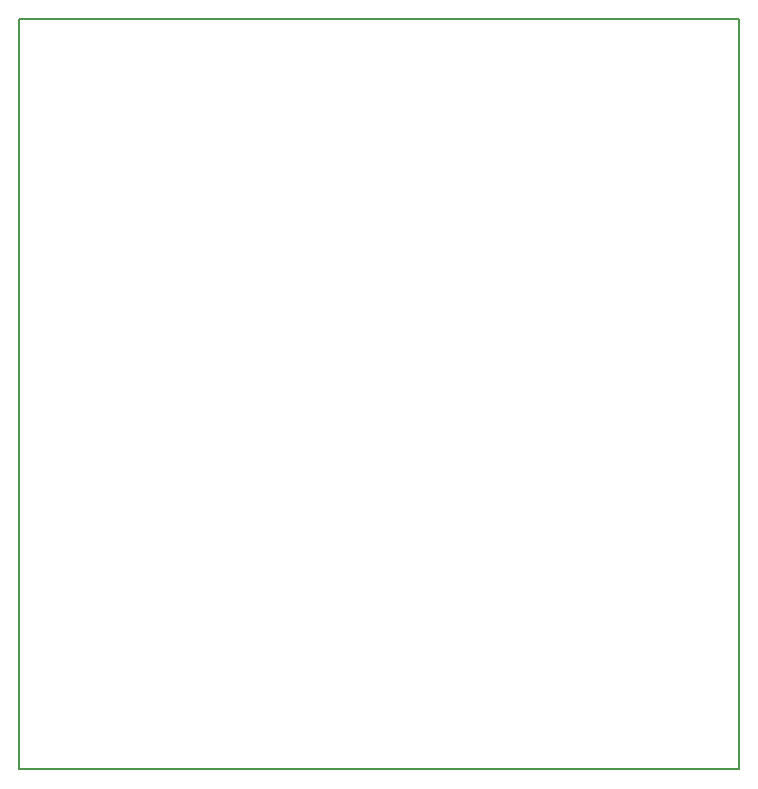
<source format=gbr>
G04 #@! TF.GenerationSoftware,KiCad,Pcbnew,(5.0.0-3-g5ebb6b6)*
G04 #@! TF.CreationDate,2018-08-23T00:05:31-04:00*
G04 #@! TF.ProjectId,Pyxel-Paradise,507978656C2D50617261646973652E6B,rev?*
G04 #@! TF.SameCoordinates,Original*
G04 #@! TF.FileFunction,Profile,NP*
%FSLAX46Y46*%
G04 Gerber Fmt 4.6, Leading zero omitted, Abs format (unit mm)*
G04 Created by KiCad (PCBNEW (5.0.0-3-g5ebb6b6)) date Thursday, August 23, 2018 at 12:05:31 AM*
%MOMM*%
%LPD*%
G01*
G04 APERTURE LIST*
%ADD10C,0.150000*%
G04 APERTURE END LIST*
D10*
X193040000Y-58420000D02*
X165100000Y-58420000D01*
X165100000Y-121920000D02*
X193040000Y-121920000D01*
X165100000Y-58420000D02*
X132080000Y-58420000D01*
X193040000Y-121920000D02*
X193040000Y-58420000D01*
X132080000Y-121920000D02*
X165100000Y-121920000D01*
X132080000Y-58420000D02*
X132080000Y-121920000D01*
M02*

</source>
